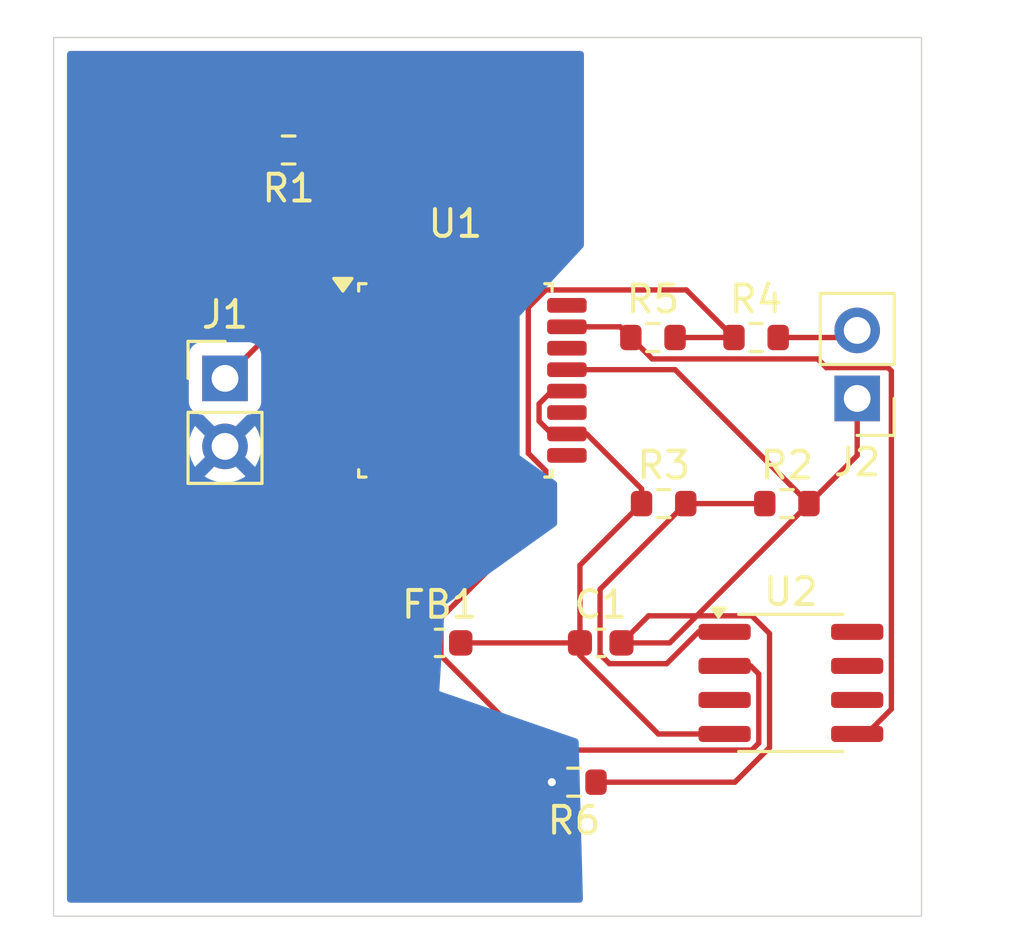
<source format=kicad_pcb>
(kicad_pcb (version 20241229) (generator "pcbnew") (generator_version "9.0")
  (layers (0 "F.Cu" signal) (2 "B.Cu" signal) (13 "F.Paste" user) (15 "B.Paste" user) (5 "F.SilkS" user "F.Silkscreen") (7 "B.SilkS" user "B.Silkscreen") (1 "F.Mask" user) (3 "B.Mask" user) (25 "Edge.Cuts" user))
  (net 0 "")
  (net 1 "5VD")
  (net 2 "Net-(U1-PC6{slash}~{RESET})")
  (net 3 "GNDA")
  (net 4 "Net-(U2-+)")
  (net 5 "5VA")
  (net 6 "Net-(U2--)")
  (net 7 "Net-(J2-Pin_2)")
  (net 8 "Net-(U1-PC0)")
  (net 9 "GND")
  (net 15 "GNDD")
  (footprint "Connector_PinHeader_2.54mm:PinHeader_1x02_P2.54mm_Vertical" (layer "F.Cu") (at 172 95.075 180)
    (property "Reference" "J2" (at 0 -2.38 0) (layer "F.SilkS"))
    (property "Value" "audio connector")
    (fp_line (start 1.38 1.27) (end 1.38 3.92) (stroke (width 0.12)) (layer "F.SilkS"))
    (fp_line (start -1.38 3.92) (end 1.38 3.92) (stroke (width 0.12)) (layer "F.SilkS"))
    (fp_line (start -1.38 1.27) (end 1.38 1.27) (stroke (width 0.12)) (layer "F.SilkS"))
    (fp_line (start -1.38 1.27) (end -1.38 3.92) (stroke (width 0.12)) (layer "F.SilkS"))
    (fp_line (start -1.38 0) (end -1.38 -1.38) (stroke (width 0.12)) (layer "F.SilkS"))
    (fp_line (start -1.38 -1.38) (end 0 -1.38) (stroke (width 0.12)) (layer "F.SilkS"))
    (pad "1" thru_hole rect (at 0 0 180) (size 1.7 1.7) (drill 1) (layers "*.Cu" "*.Mask") (net 3 "GNDA"))
    (pad "2" thru_hole circle (at 0 2.54 180) (size 1.7 1.7) (drill 1) (layers "*.Cu" "*.Mask") (net 7 "Net-(J2-Pin_2)"))
  )
  (footprint "Resistor_SMD:R_0603_1608Metric" (layer "F.Cu") (at 150.775 85.8 180)
    (property "Reference" "R1" (at 0 -1.43 0) (layer "F.SilkS"))
    (property "Value" "10K")
    (fp_line (start -0.237258 0.5225) (end 0.237258 0.5225) (stroke (width 0.12)) (layer "F.SilkS"))
    (fp_line (start -0.237258 -0.5225) (end 0.237258 -0.5225) (stroke (width 0.12)) (layer "F.SilkS"))
    (pad "1" smd roundrect (at -0.825 0 180) (size 0.8 0.95) (layers "F.Cu" "F.Mask" "F.Paste") (net 2 "Net-(U1-PC6{slash}~{RESET})"))
    (pad "2" smd roundrect (at 0.825 0 180) (size 0.8 0.95) (layers "F.Cu" "F.Mask" "F.Paste") (net 1 "5VD"))
  )
  (footprint "Connector_PinHeader_2.54mm:PinHeader_1x02_P2.54mm_Vertical" (layer "F.Cu") (at 148.4 94.325)
    (property "Reference" "J1" (at 0 -2.38 0) (layer "F.SilkS"))
    (property "Value" "Conn_01x02_Pin")
    (fp_line (start -1.38 -1.38) (end 0 -1.38) (stroke (width 0.12)) (layer "F.SilkS"))
    (fp_line (start -1.38 0) (end -1.38 -1.38) (stroke (width 0.12)) (layer "F.SilkS"))
    (fp_line (start -1.38 1.27) (end -1.38 3.92) (stroke (width 0.12)) (layer "F.SilkS"))
    (fp_line (start -1.38 1.27) (end 1.38 1.27) (stroke (width 0.12)) (layer "F.SilkS"))
    (fp_line (start -1.38 3.92) (end 1.38 3.92) (stroke (width 0.12)) (layer "F.SilkS"))
    (fp_line (start 1.38 1.27) (end 1.38 3.92) (stroke (width 0.12)) (layer "F.SilkS"))
    (pad "1" thru_hole rect (at 0 0) (size 1.7 1.7) (drill 1) (layers "*.Cu" "*.Mask") (net 1 "5VD"))
    (pad "2" thru_hole circle (at 0 2.54) (size 1.7 1.7) (drill 1) (layers "*.Cu" "*.Mask") (net 15 "GNDD"))
  )
  (footprint "Resistor_SMD:R_0603_1608Metric" (layer "F.Cu") (at 164.775 99)
    (property "Reference" "R3" (at 0 -1.43 0) (layer "F.SilkS"))
    (property "Value" "10K")
    (fp_line (start -0.237258 -0.5225) (end 0.237258 -0.5225) (stroke (width 0.12)) (layer "F.SilkS"))
    (fp_line (start -0.237258 0.5225) (end 0.237258 0.5225) (stroke (width 0.12)) (layer "F.SilkS"))
    (pad "1" smd roundrect (at -0.825 0) (size 0.8 0.95) (layers "F.Cu" "F.Mask" "F.Paste") (net 5 "5VA"))
    (pad "2" smd roundrect (at 0.825 0) (size 0.8 0.95) (layers "F.Cu" "F.Mask" "F.Paste") (net 4 "Net-(U2-+)"))
  )
  (footprint "Resistor_SMD:R_0603_1608Metric" (layer "F.Cu") (at 169.375 99)
    (property "Reference" "R2" (at 0 -1.43 0) (layer "F.SilkS"))
    (property "Value" "10K")
    (fp_line (start -0.237258 -0.5225) (end 0.237258 -0.5225) (stroke (width 0.12)) (layer "F.SilkS"))
    (fp_line (start -0.237258 0.5225) (end 0.237258 0.5225) (stroke (width 0.12)) (layer "F.SilkS"))
    (pad "1" smd roundrect (at -0.825 0) (size 0.8 0.95) (layers "F.Cu" "F.Mask" "F.Paste") (net 4 "Net-(U2-+)"))
    (pad "2" smd roundrect (at 0.825 0) (size 0.8 0.95) (layers "F.Cu" "F.Mask" "F.Paste") (net 3 "GNDA"))
  )
  (footprint "Package_QFP:TQFP-32_7x7mm_P0.8mm" (layer "F.Cu") (at 157 94.4)
    (property "Reference" "U1" (at 0 -5.85 0) (layer "F.SilkS"))
    (property "Value" "ATmega8L-8A")
    (fp_line (start -3.61 -3.61) (end -3.61 -3.335) (stroke (width 0.12)) (layer "F.SilkS"))
    (fp_line (start -3.61 3.61) (end -3.61 3.335) (stroke (width 0.12)) (layer "F.SilkS"))
    (fp_line (start -3.335 -3.61) (end -3.61 -3.61) (stroke (width 0.12)) (layer "F.SilkS"))
    (fp_line (start -3.335 3.61) (end -3.61 3.61) (stroke (width 0.12)) (layer "F.SilkS"))
    (fp_line (start 3.335 -3.61) (end 3.61 -3.61) (stroke (width 0.12)) (layer "F.SilkS"))
    (fp_line (start 3.335 3.61) (end 3.61 3.61) (stroke (width 0.12)) (layer "F.SilkS"))
    (fp_line (start 3.61 -3.61) (end 3.61 -3.335) (stroke (width 0.12)) (layer "F.SilkS"))
    (fp_line (start 3.61 3.61) (end 3.61 3.335) (stroke (width 0.12)) (layer "F.SilkS"))
    (fp_poly (pts (xy -4.2 -3.335) (xy -4.54 -3.805) (xy -3.86 -3.805)) (stroke (width 0.12)) (fill yes) (layer "F.SilkS"))
    (pad "1" smd roundrect (at -4.1625 -2.8) (size 1.475 0.55) (layers "F.Cu" "F.Mask" "F.Paste"))
    (pad "2" smd roundrect (at -4.1625 -2) (size 1.475 0.55) (layers "F.Cu" "F.Mask" "F.Paste"))
    (pad "3" smd roundrect (at -4.1625 -1.2) (size 1.475 0.55) (layers "F.Cu" "F.Mask" "F.Paste") (net 15 "GNDD"))
    (pad "4" smd roundrect (at -4.1625 -0.4) (size 1.475 0.55) (layers "F.Cu" "F.Mask" "F.Paste") (net 1 "5VD"))
    (pad "5" smd roundrect (at -4.1625 0.4) (size 1.475 0.55) (layers "F.Cu" "F.Mask" "F.Paste") (net 15 "GNDD"))
    (pad "6" smd roundrect (at -4.1625 1.2) (size 1.475 0.55) (layers "F.Cu" "F.Mask" "F.Paste") (net 1 "5VD"))
    (pad "7" smd roundrect (at -4.1625 2) (size 1.475 0.55) (layers "F.Cu" "F.Mask" "F.Paste"))
    (pad "8" smd roundrect (at -4.1625 2.8) (size 1.475 0.55) (layers "F.Cu" "F.Mask" "F.Paste"))
    (pad "9" smd roundrect (at -2.8 4.1625) (size 0.55 1.475) (layers "F.Cu" "F.Mask" "F.Paste"))
    (pad "10" smd roundrect (at -2 4.1625) (size 0.55 1.475) (layers "F.Cu" "F.Mask" "F.Paste"))
    (pad "11" smd roundrect (at -1.2 4.1625) (size 0.55 1.475) (layers "F.Cu" "F.Mask" "F.Paste"))
    (pad "12" smd roundrect (at -0.4 4.1625) (size 0.55 1.475) (layers "F.Cu" "F.Mask" "F.Paste"))
    (pad "13" smd roundrect (at 0.4 4.1625) (size 0.55 1.475) (layers "F.Cu" "F.Mask" "F.Paste"))
    (pad "14" smd roundrect (at 1.2 4.1625) (size 0.55 1.475) (layers "F.Cu" "F.Mask" "F.Paste"))
    (pad "15" smd roundrect (at 2 4.1625) (size 0.55 1.475) (layers "F.Cu" "F.Mask" "F.Paste"))
    (pad "16" smd roundrect (at 2.8 4.1625) (size 0.55 1.475) (layers "F.Cu" "F.Mask" "F.Paste"))
    (pad "17" smd roundrect (at 4.1625 2.8) (size 1.475 0.55) (layers "F.Cu" "F.Mask" "F.Paste"))
    (pad "18" smd roundrect (at 4.1625 2) (size 1.475 0.55) (layers "F.Cu" "F.Mask" "F.Paste") (net 5 "5VA"))
    (pad "19" smd roundrect (at 4.1625 1.2) (size 1.475 0.55) (layers "F.Cu" "F.Mask" "F.Paste"))
    (pad "20" smd roundrect (at 4.1625 0.4) (size 1.475 0.55) (layers "F.Cu" "F.Mask" "F.Paste") (net 5 "5VA"))
    (pad "21" smd roundrect (at 4.1625 -0.4) (size 1.475 0.55) (layers "F.Cu" "F.Mask" "F.Paste") (net 3 "GNDA"))
    (pad "22" smd roundrect (at 4.1625 -1.2) (size 1.475 0.55) (layers "F.Cu" "F.Mask" "F.Paste"))
    (pad "23" smd roundrect (at 4.1625 -2) (size 1.475 0.55) (layers "F.Cu" "F.Mask" "F.Paste") (net 8 "Net-(U1-PC0)"))
    (pad "24" smd roundrect (at 4.1625 -2.8) (size 1.475 0.55) (layers "F.Cu" "F.Mask" "F.Paste"))
    (pad "25" smd roundrect (at 2.8 -4.1625) (size 0.55 1.475) (layers "F.Cu" "F.Mask" "F.Paste"))
    (pad "26" smd roundrect (at 2 -4.1625) (size 0.55 1.475) (layers "F.Cu" "F.Mask" "F.Paste"))
    (pad "27" smd roundrect (at 1.2 -4.1625) (size 0.55 1.475) (layers "F.Cu" "F.Mask" "F.Paste"))
    (pad "28" smd roundrect (at 0.4 -4.1625) (size 0.55 1.475) (layers "F.Cu" "F.Mask" "F.Paste"))
    (pad "29" smd roundrect (at -0.4 -4.1625) (size 0.55 1.475) (layers "F.Cu" "F.Mask" "F.Paste") (net 2 "Net-(U1-PC6{slash}~{RESET})"))
    (pad "30" smd roundrect (at -1.2 -4.1625) (size 0.55 1.475) (layers "F.Cu" "F.Mask" "F.Paste"))
    (pad "31" smd roundrect (at -2 -4.1625) (size 0.55 1.475) (layers "F.Cu" "F.Mask" "F.Paste"))
    (pad "32" smd roundrect (at -2.8 -4.1625) (size 0.55 1.475) (layers "F.Cu" "F.Mask" "F.Paste"))
  )
  (footprint "Resistor_SMD:R_0603_1608Metric" (layer "F.Cu") (at 168.225 92.8)
    (property "Reference" "R4" (at 0 -1.43 0) (layer "F.SilkS"))
    (property "Value" "1K")
    (fp_line (start -0.237258 -0.5225) (end 0.237258 -0.5225) (stroke (width 0.12)) (layer "F.SilkS"))
    (fp_line (start -0.237258 0.5225) (end 0.237258 0.5225) (stroke (width 0.12)) (layer "F.SilkS"))
    (pad "1" smd roundrect (at -0.825 0) (size 0.8 0.95) (layers "F.Cu" "F.Mask" "F.Paste") (net 6 "Net-(U2--)"))
    (pad "2" smd roundrect (at 0.825 0) (size 0.8 0.95) (layers "F.Cu" "F.Mask" "F.Paste") (net 7 "Net-(J2-Pin_2)"))
  )
  (footprint "Inductor_SMD:L_0603_1608Metric" (layer "F.Cu") (at 156.4125 104.2)
    (property "Reference" "FB1" (at 0 -1.43 0) (layer "F.SilkS"))
    (property "Value" "FerriteBead")
    (fp_line (start -0.162779 -0.51) (end 0.162779 -0.51) (stroke (width 0.12)) (layer "F.SilkS"))
    (fp_line (start -0.162779 0.51) (end 0.162779 0.51) (stroke (width 0.12)) (layer "F.SilkS"))
    (pad "1" smd roundrect (at -0.7875 0) (size 0.875 0.95) (layers "F.Cu" "F.Mask" "F.Paste") (net 1 "5VD"))
    (pad "2" smd roundrect (at 0.7875 0) (size 0.875 0.95) (layers "F.Cu" "F.Mask" "F.Paste") (net 5 "5VA"))
  )
  (footprint "Resistor_SMD:R_0603_1608Metric" (layer "F.Cu") (at 161.425 109.4 180)
    (property "Reference" "R6" (at 0 -1.43 0) (layer "F.SilkS"))
    (property "Value" "0 ohm")
    (fp_line (start -0.237258 0.5225) (end 0.237258 0.5225) (stroke (width 0.12)) (layer "F.SilkS"))
    (fp_line (start -0.237258 -0.5225) (end 0.237258 -0.5225) (stroke (width 0.12)) (layer "F.SilkS"))
    (pad "1" smd roundrect (at -0.825 0 180) (size 0.8 0.95) (layers "F.Cu" "F.Mask" "F.Paste") (net 3 "GNDA"))
    (pad "2" smd roundrect (at 0.825 0 180) (size 0.8 0.95) (layers "F.Cu" "F.Mask" "F.Paste") (net 15 "GNDD"))
  )
  (footprint "Package_SO:SOIC-8_3.9x4.9mm_P1.27mm" (layer "F.Cu") (at 169.525 105.695)
    (property "Reference" "U2" (at 0 -3.4 0) (layer "F.SilkS"))
    (property "Value" "~")
    (fp_line (start 0 -2.56) (end -1.95 -2.56) (stroke (width 0.12)) (layer "F.SilkS"))
    (fp_line (start 0 -2.56) (end 1.95 -2.56) (stroke (width 0.12)) (layer "F.SilkS"))
    (fp_line (start 0 2.56) (end -1.95 2.56) (stroke (width 0.12)) (layer "F.SilkS"))
    (fp_line (start 0 2.56) (end 1.95 2.56) (stroke (width 0.12)) (layer "F.SilkS"))
    (fp_poly (pts (xy -2.7 -2.465) (xy -2.94 -2.795) (xy -2.46 -2.795)) (stroke (width 0.12)) (fill yes) (layer "F.SilkS"))
    (pad "1" smd roundrect (at -2.475 -1.905) (size 1.95 0.6) (layers "F.Cu" "F.Mask" "F.Paste") (net 4 "Net-(U2-+)"))
    (pad "2" smd roundrect (at -2.475 -0.635) (size 1.95 0.6) (layers "F.Cu" "F.Mask" "F.Paste") (net 6 "Net-(U2--)"))
    (pad "3" smd roundrect (at -2.475 0.635) (size 1.95 0.6) (layers "F.Cu" "F.Mask" "F.Paste") (net 9 "GND"))
    (pad "4" smd roundrect (at -2.475 1.905) (size 1.95 0.6) (layers "F.Cu" "F.Mask" "F.Paste") (net 5 "5VA"))
    (pad "5" smd roundrect (at 2.475 1.905) (size 1.95 0.6) (layers "F.Cu" "F.Mask" "F.Paste") (net 8 "Net-(U1-PC0)"))
    (pad "6" smd roundrect (at 2.475 0.635) (size 1.95 0.6) (layers "F.Cu" "F.Mask" "F.Paste"))
    (pad "7" smd roundrect (at 2.475 -0.635) (size 1.95 0.6) (layers "F.Cu" "F.Mask" "F.Paste"))
    (pad "8" smd roundrect (at 2.475 -1.905) (size 1.95 0.6) (layers "F.Cu" "F.Mask" "F.Paste"))
  )
  (footprint "Resistor_SMD:R_0603_1608Metric" (layer "F.Cu") (at 164.375 92.8)
    (property "Reference" "R5" (at 0 -1.43 0) (layer "F.SilkS"))
    (property "Value" "10K")
    (fp_line (start -0.237258 -0.5225) (end 0.237258 -0.5225) (stroke (width 0.12)) (layer "F.SilkS"))
    (fp_line (start -0.237258 0.5225) (end 0.237258 0.5225) (stroke (width 0.12)) (layer "F.SilkS"))
    (pad "1" smd roundrect (at -0.825 0) (size 0.8 0.95) (layers "F.Cu" "F.Mask" "F.Paste") (net 8 "Net-(U1-PC0)"))
    (pad "2" smd roundrect (at 0.825 0) (size 0.8 0.95) (layers "F.Cu" "F.Mask" "F.Paste") (net 6 "Net-(U2--)"))
  )
  (footprint "Capacitor_SMD:C_0603_1608Metric" (layer "F.Cu") (at 162.425 104.2)
    (property "Reference" "C1" (at 0 -1.43 0) (layer "F.SilkS"))
    (property "Value" "C")
    (fp_line (start -0.14058 -0.51) (end 0.14058 -0.51) (stroke (width 0.12)) (layer "F.SilkS"))
    (fp_line (start -0.14058 0.51) (end 0.14058 0.51) (stroke (width 0.12)) (layer "F.SilkS"))
    (pad "1" smd roundrect (at -0.775 0) (size 0.9 0.95) (layers "F.Cu" "F.Mask" "F.Paste") (net 5 "5VA"))
    (pad "2" smd roundrect (at 0.775 0) (size 0.9 0.95) (layers "F.Cu" "F.Mask" "F.Paste") (net 3 "GNDA"))
  )
  (gr_rect (start 142 81.6) (end 174.4 114.4) (stroke (width 0.05)) (fill no) (layer "Edge.Cuts"))
  (segment (start 149.95 85.8) (end 149.95 92) (width 0.2) (layer "F.Cu") (net 1))
  (segment (start 152.100001 94) (end 152.8375 94) (width 0.2) (layer "F.Cu") (net 1))
  (segment (start 151.799 99.599944) (end 153.876 97.522944) (width 0.2) (layer "F.Cu") (net 1))
  (segment (start 153.398944 95.6) (end 152.8375 95.6) (width 0.2) (layer "F.Cu") (net 1))
  (segment (start 151.95 94) (end 149.95 92) (width 0.2) (layer "F.Cu") (net 1))
  (segment (start 151.799 100.374) (end 151.799 99.599944) (width 0.2) (layer "F.Cu") (net 1))
  (segment (start 153.622944 91.024) (end 152.052056 91.024) (width 0.2) (layer "F.Cu") (net 1))
  (segment (start 154.277 91.678056) (end 153.622944 91.024) (width 0.2) (layer "F.Cu") (net 1))
  (segment (start 152.8375 95.6) (end 153.574999 95.6) (width 0.2) (layer "F.Cu") (net 1))
  (segment (start 149.95 92) (end 149.95 92.775) (width 0.2) (layer "F.Cu") (net 1))
  (segment (start 153.876 97.522944) (end 153.876 96.077056) (width 0.2) (layer "F.Cu") (net 1))
  (segment (start 149.95 92.775) (end 148.4 94.325) (width 0.2) (layer "F.Cu") (net 1))
  (segment (start 151.799 93.698999) (end 152.100001 94) (width 0.2) (layer "F.Cu") (net 1))
  (segment (start 155.625 104.2) (end 151.799 100.374) (width 0.2) (layer "F.Cu") (net 1))
  (segment (start 148.4 94.325) (end 148.725 94) (width 0.2) (layer "F.Cu") (net 1))
  (segment (start 152.8375 94) (end 151.95 94) (width 0.2) (layer "F.Cu") (net 1))
  (segment (start 152.052056 91.024) (end 151.799 91.277056) (width 0.2) (layer "F.Cu") (net 1))
  (segment (start 154.277 94.897999) (end 154.277 91.678056) (width 0.2) (layer "F.Cu") (net 1))
  (segment (start 151.799 91.277056) (end 151.799 93.698999) (width 0.2) (layer "F.Cu") (net 1))
  (segment (start 153.574999 95.6) (end 154.277 94.897999) (width 0.2) (layer "F.Cu") (net 1))
  (segment (start 153.876 96.077056) (end 153.398944 95.6) (width 0.2) (layer "F.Cu") (net 1))
  (segment (start 152.899999 85.8) (end 156.6 89.500001) (width 0.2) (layer "F.Cu") (net 2))
  (segment (start 151.6 85.8) (end 152.899999 85.8) (width 0.2) (layer "F.Cu") (net 2))
  (segment (start 156.6 89.500001) (end 156.6 90.2375) (width 0.2) (layer "F.Cu") (net 2))
  (segment (start 167.434068 109.4) (end 168.727 108.107068) (width 0.2) (layer "F.Cu") (net 3))
  (segment (start 172 97.2) (end 170.2 99) (width 0.2) (layer "F.Cu") (net 3))
  (segment (start 162.25 109.4) (end 167.434068 109.4) (width 0.2) (layer "F.Cu") (net 3))
  (segment (start 165 104.2) (end 170.2 99) (width 0.2) (layer "F.Cu") (net 3))
  (segment (start 170.2 99) (end 165.2 94) (width 0.2) (layer "F.Cu") (net 3))
  (segment (start 164.211 103.189) (end 163.2 104.2) (width 0.2) (layer "F.Cu") (net 3))
  (segment (start 168.727 103.850032) (end 168.065968 103.189) (width 0.2) (layer "F.Cu") (net 3))
  (segment (start 168.065968 103.189) (end 164.211 103.189) (width 0.2) (layer "F.Cu") (net 3))
  (segment (start 172 95.075) (end 172 97.2) (width 0.2) (layer "F.Cu") (net 3))
  (segment (start 165.2 94) (end 161.1625 94) (width 0.2) (layer "F.Cu") (net 3))
  (segment (start 168.727 108.107068) (end 168.727 103.850032) (width 0.2) (layer "F.Cu") (net 3))
  (segment (start 163.2 104.2) (end 165 104.2) (width 0.2) (layer "F.Cu") (net 3))
  (segment (start 168.55 99) (end 165.6 99) (width 0.2) (layer "F.Cu") (net 4))
  (segment (start 165.6 99) (end 162.401 102.199) (width 0.2) (layer "F.Cu") (net 4))
  (segment (start 162.401 104.62611) (end 162.75089 104.976) (width 0.2) (layer "F.Cu") (net 4))
  (segment (start 164.889001 104.976) (end 166.075001 103.79) (width 0.2) (layer "F.Cu") (net 4))
  (segment (start 162.75089 104.976) (end 164.889001 104.976) (width 0.2) (layer "F.Cu") (net 4))
  (segment (start 166.075001 103.79) (end 167.05 103.79) (width 0.2) (layer "F.Cu") (net 4))
  (segment (start 162.401 102.199) (end 162.401 104.62611) (width 0.2) (layer "F.Cu") (net 4))
  (segment (start 161.65 104.2) (end 161.65 101.3) (width 0.2) (layer "F.Cu") (net 5))
  (segment (start 161.899999 96.4) (end 161.1625 96.4) (width 0.2) (layer "F.Cu") (net 5))
  (segment (start 160.124 95.277056) (end 160.601056 94.8) (width 0.2) (layer "F.Cu") (net 5))
  (segment (start 161.65 101.3) (end 163.95 99) (width 0.2) (layer "F.Cu") (net 5))
  (segment (start 160.601056 96.4) (end 160.124 95.922944) (width 0.2) (layer "F.Cu") (net 5))
  (segment (start 161.1625 96.4) (end 160.601056 96.4) (width 0.2) (layer "F.Cu") (net 5))
  (segment (start 164.575 107.6) (end 161.65 104.675) (width 0.2) (layer "F.Cu") (net 5))
  (segment (start 163.95 99) (end 163.95 98.450001) (width 0.2) (layer "F.Cu") (net 5))
  (segment (start 161.65 104.675) (end 161.65 104.2) (width 0.2) (layer "F.Cu") (net 5))
  (segment (start 167.05 107.6) (end 164.575 107.6) (width 0.2) (layer "F.Cu") (net 5))
  (segment (start 160.601056 94.8) (end 161.1625 94.8) (width 0.2) (layer "F.Cu") (net 5))
  (segment (start 157.2 104.2) (end 161.65 104.2) (width 0.2) (layer "F.Cu") (net 5))
  (segment (start 160.124 95.922944) (end 160.124 95.277056) (width 0.2) (layer "F.Cu") (net 5))
  (segment (start 163.95 98.450001) (end 161.899999 96.4) (width 0.2) (layer "F.Cu") (net 5))
  (segment (start 160.377056 91.024) (end 165.624 91.024) (width 0.2) (layer "F.Cu") (net 6))
  (segment (start 159.723 97.121944) (end 159.723 91.678056) (width 0.2) (layer "F.Cu") (net 6))
  (segment (start 160.377056 97.776) (end 159.723 97.121944) (width 0.2) (layer "F.Cu") (net 6))
  (segment (start 160.377056 99.346888) (end 160.377056 97.776) (width 0.2) (layer "F.Cu") (net 6))
  (segment (start 159.9849 108.201) (end 156.4615 104.6776) (width 0.2) (layer "F.Cu") (net 6))
  (segment (start 167.05 105.06) (end 168.024999 105.06) (width 0.2) (layer "F.Cu") (net 6))
  (segment (start 159.723 91.678056) (end 160.377056 91.024) (width 0.2) (layer "F.Cu") (net 6))
  (segment (start 156.4615 103.262444) (end 160.377056 99.346888) (width 0.2) (layer "F.Cu") (net 6))
  (segment (start 168.024999 105.06) (end 168.326 105.361001) (width 0.2) (layer "F.Cu") (net 6))
  (segment (start 165.624 91.024) (end 167.4 92.8) (width 0.2) (layer "F.Cu") (net 6))
  (segment (start 168.326 105.361001) (end 168.326 107.940968) (width 0.2) (layer "F.Cu") (net 6))
  (segment (start 165.2 92.8) (end 167.4 92.8) (width 0.2) (layer "F.Cu") (net 6))
  (segment (start 168.326 107.940968) (end 168.065968 108.201) (width 0.2) (layer "F.Cu") (net 6))
  (segment (start 168.065968 108.201) (end 159.9849 108.201) (width 0.2) (layer "F.Cu") (net 6))
  (segment (start 156.4615 104.6776) (end 156.4615 103.262444) (width 0.2) (layer "F.Cu") (net 6))
  (segment (start 171.735 92.8) (end 172 92.535) (width 0.2) (layer "F.Cu") (net 7))
  (segment (start 169.05 92.8) (end 171.735 92.8) (width 0.2) (layer "F.Cu") (net 7))
  (segment (start 173.276 106.670968) (end 172.346968 107.6) (width 0.2) (layer "F.Cu") (net 8))
  (segment (start 163.55 92.8) (end 164.349 93.599) (width 0.2) (layer "F.Cu") (net 8))
  (segment (start 163.15 92.4) (end 163.55 92.8) (width 0.2) (layer "F.Cu") (net 8))
  (segment (start 173.276 94.049) (end 173.276 106.670968) (width 0.2) (layer "F.Cu") (net 8))
  (segment (start 170.524 93.599) (end 170.849 93.924) (width 0.2) (layer "F.Cu") (net 8))
  (segment (start 170.849 93.924) (end 173.151 93.924) (width 0.2) (layer "F.Cu") (net 8))
  (segment (start 173.151 93.924) (end 173.276 94.049) (width 0.2) (layer "F.Cu") (net 8))
  (segment (start 161.1625 92.4) (end 163.15 92.4) (width 0.2) (layer "F.Cu") (net 8))
  (segment (start 164.349 93.599) (end 170.524 93.599) (width 0.2) (layer "F.Cu") (net 8))
  (segment (start 172.346968 107.6) (end 172 107.6) (width 0.2) (layer "F.Cu") (net 8))
  (segment (start 158.6 109.4) (end 160.6 109.4) (width 0.2) (layer "F.Cu") (net 15))
  (segment (start 153.876 93.677056) (end 153.876 94.498999) (width 0.2) (layer "F.Cu") (net 15))
  (segment (start 153.398944 93.2) (end 153.876 93.677056) (width 0.2) (layer "F.Cu") (net 15))
  (segment (start 150.465 94.8) (end 152.8375 94.8) (width 0.2) (layer "F.Cu") (net 15))
  (segment (start 148.4 96.865) (end 150.465 94.8) (width 0.2) (layer "F.Cu") (net 15))
  (segment (start 153.574999 94.8) (end 152.8375 94.8) (width 0.2) (layer "F.Cu") (net 15))
  (segment (start 158.6 109.4) (end 158.2 109.8) (width 0.2) (layer "F.Cu") (net 15))
  (segment (start 153.876 94.498999) (end 153.574999 94.8) (width 0.2) (layer "F.Cu") (net 15))
  (segment (start 152.8375 93.2) (end 153.398944 93.2) (width 0.2) (layer "F.Cu") (net 15))
  (via (at 160.6 109.4) (size 0.6) (drill 0.3) (layers "F.Cu" "B.Cu") (net 15))
  (zone (net 15) (net_name "GNDD") (layer "B.Cu") (connect_pads (clearance 0.5)) (min_thickness 0.25) (fill yes (thermal_gap 0.5) (thermal_bridge_width 0.5))
    (polygon (pts (xy 140 80.2) (xy 161.8 80.2) (xy 161.8 89.4) (xy 159.4 92) (xy 159.4 97.2) (xy 160.8 98.2) (xy 160.8 99.8) (xy 156.6 102.8) (xy 156.4 106) (xy 161.6 107.8) (xy 161.8 115.2) (xy 140 115.2)))
  )
)
</source>
